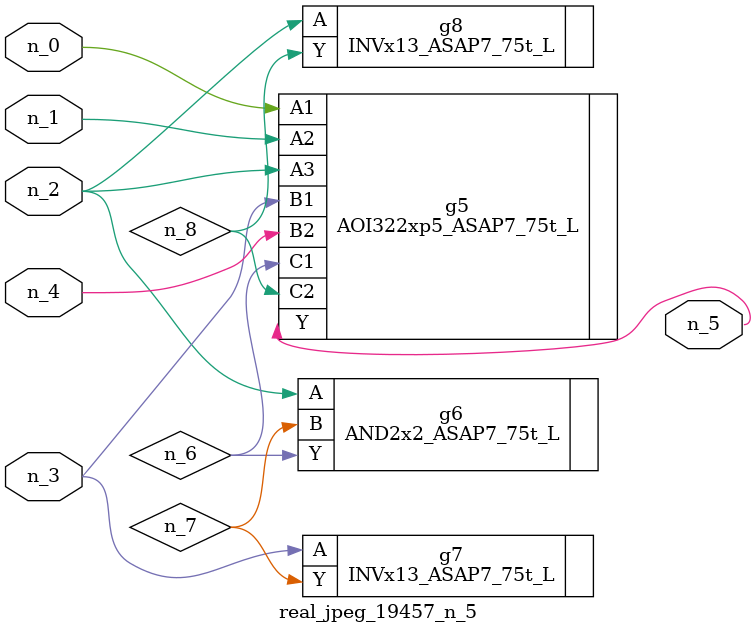
<source format=v>
module real_jpeg_19457_n_5 (n_4, n_0, n_1, n_2, n_3, n_5);

input n_4;
input n_0;
input n_1;
input n_2;
input n_3;

output n_5;

wire n_8;
wire n_6;
wire n_7;

AOI322xp5_ASAP7_75t_L g5 ( 
.A1(n_0),
.A2(n_1),
.A3(n_2),
.B1(n_3),
.B2(n_4),
.C1(n_6),
.C2(n_8),
.Y(n_5)
);

AND2x2_ASAP7_75t_L g6 ( 
.A(n_2),
.B(n_7),
.Y(n_6)
);

INVx13_ASAP7_75t_L g8 ( 
.A(n_2),
.Y(n_8)
);

INVx13_ASAP7_75t_L g7 ( 
.A(n_3),
.Y(n_7)
);


endmodule
</source>
